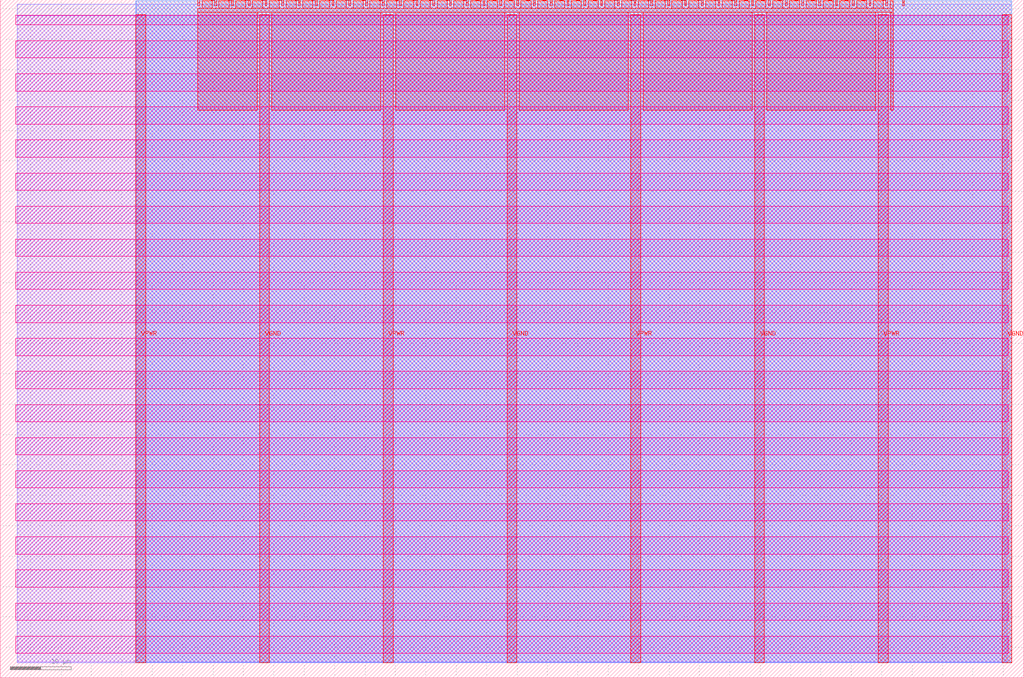
<source format=lef>
VERSION 5.7 ;
  NOWIREEXTENSIONATPIN ON ;
  DIVIDERCHAR "/" ;
  BUSBITCHARS "[]" ;
MACRO tt_um_stdp
  CLASS BLOCK ;
  FOREIGN tt_um_stdp ;
  ORIGIN 0.000 0.000 ;
  SIZE 168.360 BY 111.520 ;
  PIN VGND
    DIRECTION INOUT ;
    USE GROUND ;
    PORT
      LAYER met4 ;
        RECT 42.670 2.480 44.270 109.040 ;
    END
    PORT
      LAYER met4 ;
        RECT 83.380 2.480 84.980 109.040 ;
    END
    PORT
      LAYER met4 ;
        RECT 124.090 2.480 125.690 109.040 ;
    END
    PORT
      LAYER met4 ;
        RECT 164.800 2.480 166.400 109.040 ;
    END
  END VGND
  PIN VPWR
    DIRECTION INOUT ;
    USE POWER ;
    PORT
      LAYER met4 ;
        RECT 22.315 2.480 23.915 109.040 ;
    END
    PORT
      LAYER met4 ;
        RECT 63.025 2.480 64.625 109.040 ;
    END
    PORT
      LAYER met4 ;
        RECT 103.735 2.480 105.335 109.040 ;
    END
    PORT
      LAYER met4 ;
        RECT 144.445 2.480 146.045 109.040 ;
    END
  END VPWR
  PIN clk
    DIRECTION INPUT ;
    USE SIGNAL ;
    ANTENNAGATEAREA 0.852000 ;
    PORT
      LAYER met4 ;
        RECT 145.670 110.520 145.970 111.520 ;
    END
  END clk
  PIN ena
    DIRECTION INPUT ;
    USE SIGNAL ;
    PORT
      LAYER met4 ;
        RECT 148.430 110.520 148.730 111.520 ;
    END
  END ena
  PIN rst_n
    DIRECTION INPUT ;
    USE SIGNAL ;
    ANTENNAGATEAREA 0.213000 ;
    PORT
      LAYER met4 ;
        RECT 142.910 110.520 143.210 111.520 ;
    END
  END rst_n
  PIN ui_in[0]
    DIRECTION INPUT ;
    USE SIGNAL ;
    ANTENNAGATEAREA 0.196500 ;
    PORT
      LAYER met4 ;
        RECT 140.150 110.520 140.450 111.520 ;
    END
  END ui_in[0]
  PIN ui_in[1]
    DIRECTION INPUT ;
    USE SIGNAL ;
    ANTENNAGATEAREA 0.196500 ;
    PORT
      LAYER met4 ;
        RECT 137.390 110.520 137.690 111.520 ;
    END
  END ui_in[1]
  PIN ui_in[2]
    DIRECTION INPUT ;
    USE SIGNAL ;
    ANTENNAGATEAREA 0.196500 ;
    PORT
      LAYER met4 ;
        RECT 134.630 110.520 134.930 111.520 ;
    END
  END ui_in[2]
  PIN ui_in[3]
    DIRECTION INPUT ;
    USE SIGNAL ;
    ANTENNAGATEAREA 0.196500 ;
    PORT
      LAYER met4 ;
        RECT 131.870 110.520 132.170 111.520 ;
    END
  END ui_in[3]
  PIN ui_in[4]
    DIRECTION INPUT ;
    USE SIGNAL ;
    ANTENNAGATEAREA 0.196500 ;
    PORT
      LAYER met4 ;
        RECT 129.110 110.520 129.410 111.520 ;
    END
  END ui_in[4]
  PIN ui_in[5]
    DIRECTION INPUT ;
    USE SIGNAL ;
    ANTENNAGATEAREA 0.196500 ;
    PORT
      LAYER met4 ;
        RECT 126.350 110.520 126.650 111.520 ;
    END
  END ui_in[5]
  PIN ui_in[6]
    DIRECTION INPUT ;
    USE SIGNAL ;
    ANTENNAGATEAREA 0.196500 ;
    PORT
      LAYER met4 ;
        RECT 123.590 110.520 123.890 111.520 ;
    END
  END ui_in[6]
  PIN ui_in[7]
    DIRECTION INPUT ;
    USE SIGNAL ;
    ANTENNAGATEAREA 0.196500 ;
    PORT
      LAYER met4 ;
        RECT 120.830 110.520 121.130 111.520 ;
    END
  END ui_in[7]
  PIN uio_in[0]
    DIRECTION INPUT ;
    USE SIGNAL ;
    PORT
      LAYER met4 ;
        RECT 118.070 110.520 118.370 111.520 ;
    END
  END uio_in[0]
  PIN uio_in[1]
    DIRECTION INPUT ;
    USE SIGNAL ;
    PORT
      LAYER met4 ;
        RECT 115.310 110.520 115.610 111.520 ;
    END
  END uio_in[1]
  PIN uio_in[2]
    DIRECTION INPUT ;
    USE SIGNAL ;
    PORT
      LAYER met4 ;
        RECT 112.550 110.520 112.850 111.520 ;
    END
  END uio_in[2]
  PIN uio_in[3]
    DIRECTION INPUT ;
    USE SIGNAL ;
    PORT
      LAYER met4 ;
        RECT 109.790 110.520 110.090 111.520 ;
    END
  END uio_in[3]
  PIN uio_in[4]
    DIRECTION INPUT ;
    USE SIGNAL ;
    PORT
      LAYER met4 ;
        RECT 107.030 110.520 107.330 111.520 ;
    END
  END uio_in[4]
  PIN uio_in[5]
    DIRECTION INPUT ;
    USE SIGNAL ;
    PORT
      LAYER met4 ;
        RECT 104.270 110.520 104.570 111.520 ;
    END
  END uio_in[5]
  PIN uio_in[6]
    DIRECTION INPUT ;
    USE SIGNAL ;
    PORT
      LAYER met4 ;
        RECT 101.510 110.520 101.810 111.520 ;
    END
  END uio_in[6]
  PIN uio_in[7]
    DIRECTION INPUT ;
    USE SIGNAL ;
    PORT
      LAYER met4 ;
        RECT 98.750 110.520 99.050 111.520 ;
    END
  END uio_in[7]
  PIN uio_oe[0]
    DIRECTION OUTPUT TRISTATE ;
    USE SIGNAL ;
    PORT
      LAYER met4 ;
        RECT 51.830 110.520 52.130 111.520 ;
    END
  END uio_oe[0]
  PIN uio_oe[1]
    DIRECTION OUTPUT TRISTATE ;
    USE SIGNAL ;
    PORT
      LAYER met4 ;
        RECT 49.070 110.520 49.370 111.520 ;
    END
  END uio_oe[1]
  PIN uio_oe[2]
    DIRECTION OUTPUT TRISTATE ;
    USE SIGNAL ;
    PORT
      LAYER met4 ;
        RECT 46.310 110.520 46.610 111.520 ;
    END
  END uio_oe[2]
  PIN uio_oe[3]
    DIRECTION OUTPUT TRISTATE ;
    USE SIGNAL ;
    PORT
      LAYER met4 ;
        RECT 43.550 110.520 43.850 111.520 ;
    END
  END uio_oe[3]
  PIN uio_oe[4]
    DIRECTION OUTPUT TRISTATE ;
    USE SIGNAL ;
    PORT
      LAYER met4 ;
        RECT 40.790 110.520 41.090 111.520 ;
    END
  END uio_oe[4]
  PIN uio_oe[5]
    DIRECTION OUTPUT TRISTATE ;
    USE SIGNAL ;
    PORT
      LAYER met4 ;
        RECT 38.030 110.520 38.330 111.520 ;
    END
  END uio_oe[5]
  PIN uio_oe[6]
    DIRECTION OUTPUT TRISTATE ;
    USE SIGNAL ;
    PORT
      LAYER met4 ;
        RECT 35.270 110.520 35.570 111.520 ;
    END
  END uio_oe[6]
  PIN uio_oe[7]
    DIRECTION OUTPUT TRISTATE ;
    USE SIGNAL ;
    PORT
      LAYER met4 ;
        RECT 32.510 110.520 32.810 111.520 ;
    END
  END uio_oe[7]
  PIN uio_out[0]
    DIRECTION OUTPUT TRISTATE ;
    USE SIGNAL ;
    PORT
      LAYER met4 ;
        RECT 73.910 110.520 74.210 111.520 ;
    END
  END uio_out[0]
  PIN uio_out[1]
    DIRECTION OUTPUT TRISTATE ;
    USE SIGNAL ;
    PORT
      LAYER met4 ;
        RECT 71.150 110.520 71.450 111.520 ;
    END
  END uio_out[1]
  PIN uio_out[2]
    DIRECTION OUTPUT TRISTATE ;
    USE SIGNAL ;
    PORT
      LAYER met4 ;
        RECT 68.390 110.520 68.690 111.520 ;
    END
  END uio_out[2]
  PIN uio_out[3]
    DIRECTION OUTPUT TRISTATE ;
    USE SIGNAL ;
    PORT
      LAYER met4 ;
        RECT 65.630 110.520 65.930 111.520 ;
    END
  END uio_out[3]
  PIN uio_out[4]
    DIRECTION OUTPUT TRISTATE ;
    USE SIGNAL ;
    PORT
      LAYER met4 ;
        RECT 62.870 110.520 63.170 111.520 ;
    END
  END uio_out[4]
  PIN uio_out[5]
    DIRECTION OUTPUT TRISTATE ;
    USE SIGNAL ;
    PORT
      LAYER met4 ;
        RECT 60.110 110.520 60.410 111.520 ;
    END
  END uio_out[5]
  PIN uio_out[6]
    DIRECTION OUTPUT TRISTATE ;
    USE SIGNAL ;
    PORT
      LAYER met4 ;
        RECT 57.350 110.520 57.650 111.520 ;
    END
  END uio_out[6]
  PIN uio_out[7]
    DIRECTION OUTPUT TRISTATE ;
    USE SIGNAL ;
    ANTENNADIFFAREA 0.795200 ;
    PORT
      LAYER met4 ;
        RECT 54.590 110.520 54.890 111.520 ;
    END
  END uio_out[7]
  PIN uo_out[0]
    DIRECTION OUTPUT TRISTATE ;
    USE SIGNAL ;
    ANTENNADIFFAREA 0.445500 ;
    PORT
      LAYER met4 ;
        RECT 95.990 110.520 96.290 111.520 ;
    END
  END uo_out[0]
  PIN uo_out[1]
    DIRECTION OUTPUT TRISTATE ;
    USE SIGNAL ;
    ANTENNAGATEAREA 0.499500 ;
    ANTENNADIFFAREA 0.891000 ;
    PORT
      LAYER met4 ;
        RECT 93.230 110.520 93.530 111.520 ;
    END
  END uo_out[1]
  PIN uo_out[2]
    DIRECTION OUTPUT TRISTATE ;
    USE SIGNAL ;
    ANTENNAGATEAREA 1.120500 ;
    ANTENNADIFFAREA 0.891000 ;
    PORT
      LAYER met4 ;
        RECT 90.470 110.520 90.770 111.520 ;
    END
  END uo_out[2]
  PIN uo_out[3]
    DIRECTION OUTPUT TRISTATE ;
    USE SIGNAL ;
    ANTENNAGATEAREA 2.479500 ;
    ANTENNADIFFAREA 0.891000 ;
    PORT
      LAYER met4 ;
        RECT 87.710 110.520 88.010 111.520 ;
    END
  END uo_out[3]
  PIN uo_out[4]
    DIRECTION OUTPUT TRISTATE ;
    USE SIGNAL ;
    ANTENNAGATEAREA 2.358000 ;
    ANTENNADIFFAREA 0.891000 ;
    PORT
      LAYER met4 ;
        RECT 84.950 110.520 85.250 111.520 ;
    END
  END uo_out[4]
  PIN uo_out[5]
    DIRECTION OUTPUT TRISTATE ;
    USE SIGNAL ;
    ANTENNAGATEAREA 2.605500 ;
    ANTENNADIFFAREA 0.891000 ;
    PORT
      LAYER met4 ;
        RECT 82.190 110.520 82.490 111.520 ;
    END
  END uo_out[5]
  PIN uo_out[6]
    DIRECTION OUTPUT TRISTATE ;
    USE SIGNAL ;
    ANTENNAGATEAREA 2.731500 ;
    ANTENNADIFFAREA 0.891000 ;
    PORT
      LAYER met4 ;
        RECT 79.430 110.520 79.730 111.520 ;
    END
  END uo_out[6]
  PIN uo_out[7]
    DIRECTION OUTPUT TRISTATE ;
    USE SIGNAL ;
    ANTENNAGATEAREA 2.232000 ;
    ANTENNADIFFAREA 0.891000 ;
    PORT
      LAYER met4 ;
        RECT 76.670 110.520 76.970 111.520 ;
    END
  END uo_out[7]
  OBS
      LAYER nwell ;
        RECT 2.570 107.385 165.790 108.990 ;
        RECT 2.570 101.945 165.790 104.775 ;
        RECT 2.570 96.505 165.790 99.335 ;
        RECT 2.570 91.065 165.790 93.895 ;
        RECT 2.570 85.625 165.790 88.455 ;
        RECT 2.570 80.185 165.790 83.015 ;
        RECT 2.570 74.745 165.790 77.575 ;
        RECT 2.570 69.305 165.790 72.135 ;
        RECT 2.570 63.865 165.790 66.695 ;
        RECT 2.570 58.425 165.790 61.255 ;
        RECT 2.570 52.985 165.790 55.815 ;
        RECT 2.570 47.545 165.790 50.375 ;
        RECT 2.570 42.105 165.790 44.935 ;
        RECT 2.570 36.665 165.790 39.495 ;
        RECT 2.570 31.225 165.790 34.055 ;
        RECT 2.570 25.785 165.790 28.615 ;
        RECT 2.570 20.345 165.790 23.175 ;
        RECT 2.570 14.905 165.790 17.735 ;
        RECT 2.570 9.465 165.790 12.295 ;
        RECT 2.570 4.025 165.790 6.855 ;
      LAYER li1 ;
        RECT 2.760 2.635 165.600 108.885 ;
      LAYER met1 ;
        RECT 2.760 2.480 166.400 110.800 ;
      LAYER met2 ;
        RECT 22.345 2.535 166.370 111.365 ;
      LAYER met3 ;
        RECT 22.325 2.555 166.390 111.345 ;
      LAYER met4 ;
        RECT 33.210 110.120 34.870 111.345 ;
        RECT 35.970 110.120 37.630 111.345 ;
        RECT 38.730 110.120 40.390 111.345 ;
        RECT 41.490 110.120 43.150 111.345 ;
        RECT 44.250 110.120 45.910 111.345 ;
        RECT 47.010 110.120 48.670 111.345 ;
        RECT 49.770 110.120 51.430 111.345 ;
        RECT 52.530 110.120 54.190 111.345 ;
        RECT 55.290 110.120 56.950 111.345 ;
        RECT 58.050 110.120 59.710 111.345 ;
        RECT 60.810 110.120 62.470 111.345 ;
        RECT 63.570 110.120 65.230 111.345 ;
        RECT 66.330 110.120 67.990 111.345 ;
        RECT 69.090 110.120 70.750 111.345 ;
        RECT 71.850 110.120 73.510 111.345 ;
        RECT 74.610 110.120 76.270 111.345 ;
        RECT 77.370 110.120 79.030 111.345 ;
        RECT 80.130 110.120 81.790 111.345 ;
        RECT 82.890 110.120 84.550 111.345 ;
        RECT 85.650 110.120 87.310 111.345 ;
        RECT 88.410 110.120 90.070 111.345 ;
        RECT 91.170 110.120 92.830 111.345 ;
        RECT 93.930 110.120 95.590 111.345 ;
        RECT 96.690 110.120 98.350 111.345 ;
        RECT 99.450 110.120 101.110 111.345 ;
        RECT 102.210 110.120 103.870 111.345 ;
        RECT 104.970 110.120 106.630 111.345 ;
        RECT 107.730 110.120 109.390 111.345 ;
        RECT 110.490 110.120 112.150 111.345 ;
        RECT 113.250 110.120 114.910 111.345 ;
        RECT 116.010 110.120 117.670 111.345 ;
        RECT 118.770 110.120 120.430 111.345 ;
        RECT 121.530 110.120 123.190 111.345 ;
        RECT 124.290 110.120 125.950 111.345 ;
        RECT 127.050 110.120 128.710 111.345 ;
        RECT 129.810 110.120 131.470 111.345 ;
        RECT 132.570 110.120 134.230 111.345 ;
        RECT 135.330 110.120 136.990 111.345 ;
        RECT 138.090 110.120 139.750 111.345 ;
        RECT 140.850 110.120 142.510 111.345 ;
        RECT 143.610 110.120 145.270 111.345 ;
        RECT 146.370 110.120 146.905 111.345 ;
        RECT 32.495 109.440 146.905 110.120 ;
        RECT 32.495 93.335 42.270 109.440 ;
        RECT 44.670 93.335 62.625 109.440 ;
        RECT 65.025 93.335 82.980 109.440 ;
        RECT 85.380 93.335 103.335 109.440 ;
        RECT 105.735 93.335 123.690 109.440 ;
        RECT 126.090 93.335 144.045 109.440 ;
        RECT 146.445 93.335 146.905 109.440 ;
  END
END tt_um_stdp
END LIBRARY


</source>
